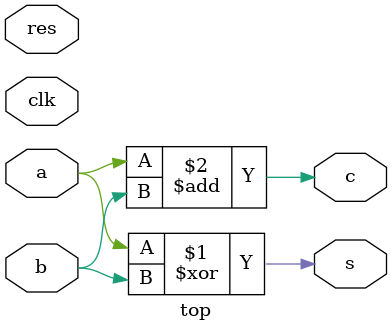
<source format=v>
`timescale 1ns / 1ps


module top(
    input a,b,
    input clk, res,
    output s,c
    );
    
    assign s = a ^ b;
    assign c = a + b;
    
    always@(posedge clk)
    begin
        
    end
    
endmodule

</source>
